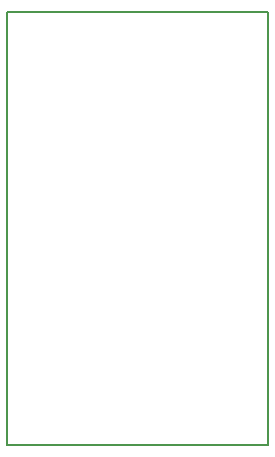
<source format=gbr>
G04 GERBER ASCII OUTPUT FROM: EDWIN 2000 (VER. 1.1 REV. 20011025)*
G04 GERBER FORMAT: RX-274-X*
G04 BOARD: 28_PIN_DIL_ADAPTER*
G04 ARTWORK OF SOLD.PRINT POSITIVE*
%ASAXBY*%
%FSLAX23Y23*%
%MIA0B0*%
%MOIN*%
%OFA0.0000B0.0000*%
%SFA1B1*%
%IJA0B0*%
%INLAYER31POS*%
%IOA0B0*%
%IPPOS*%
%IR0*%
G04 APERTURE MACROS*
%AMEDWDONUT*
1,1,$1,$2,$3*
1,0,$4,$2,$3*
%
%AMEDWFRECT*
2,1,$1,$2,$3,$4,$5,$6*
%
%AMEDWORECT*
2,1,$1,$2,$3,$4,$5,$10*
2,1,$1,$4,$5,$6,$7,$10*
2,1,$1,$6,$7,$8,$9,$10*
2,1,$1,$8,$9,$2,$3,$10*
1,1,$1,$2,$3*
1,1,$1,$4,$5*
1,1,$1,$6,$7*
1,1,$1,$8,$9*
%
%AMEDWLINER*
2,1,$1,$2,$3,$4,$5,$6*
1,1,$1,$2,$3*
1,1,$1,$4,$5*
%
%AMEDWFTRNG*
4,1,3,$1,$2,$3,$4,$5,$6,$7,$8,$9*
%
%AMEDWATRNG*
4,1,3,$1,$2,$3,$4,$5,$6,$7,$8,$9*
2,1,$11,$1,$2,$3,$4,$10*
2,1,$11,$3,$4,$5,$6,$10*
2,1,$11,$5,$6,$7,$8,$10*
1,1,$11,$3,$4*
1,1,$11,$5,$6*
1,1,$11,$7,$8*
%
%AMEDWOTRNG*
2,1,$1,$2,$3,$4,$5,$8*
2,1,$1,$4,$5,$6,$7,$8*
2,1,$1,$6,$7,$2,$3,$8*
1,1,$1,$2,$3*
1,1,$1,$4,$5*
1,1,$1,$6,$7*
%
G04*
G04 APERTURE LIST*
%ADD10R,0.0580X0.0500*%
%ADD11R,0.0820X0.0740*%
%ADD12R,0.0480X0.0400*%
%ADD13R,0.0720X0.0640*%
%ADD14R,0.0570X0.0670*%
%ADD15R,0.0810X0.0910*%
%ADD16R,0.0470X0.0570*%
%ADD17R,0.0710X0.0810*%
%ADD18R,0.0490X0.0670*%
%ADD19R,0.0730X0.0910*%
%ADD20R,0.0390X0.0570*%
%ADD21R,0.0630X0.0810*%
%ADD22R,0.0750X0.0250*%
%ADD23R,0.0990X0.0490*%
%ADD24R,0.0700X0.0200*%
%ADD25R,0.0940X0.0440*%
%ADD26R,0.0900X0.0350*%
%ADD27R,0.1140X0.0590*%
%ADD28R,0.0800X0.0250*%
%ADD29R,0.1040X0.0490*%
%ADD30R,0.0850X0.0250*%
%ADD31R,0.1090X0.0490*%
%ADD32R,0.0750X0.0150*%
%ADD33R,0.0990X0.0390*%
%ADD34C,0.0010*%
%ADD36C,0.0020*%
%ADD37R,0.0020X0.0020*%
%ADD38C,0.0030*%
%ADD39R,0.0030X0.0030*%
%ADD40C,0.0040*%
%ADD41R,0.0040X0.0040*%
%ADD42C,0.0050*%
%ADD43R,0.0050X0.0050*%
%ADD44C,0.00787*%
%ADD45R,0.00787X0.00787*%
%ADD46C,0.0080*%
%ADD48C,0.0090*%
%ADD49R,0.0090X0.0090*%
%ADD50C,0.00984*%
%ADD51R,0.00984X0.00984*%
%ADD52C,0.0120*%
%ADD54C,0.01299*%
%ADD56C,0.0130*%
%ADD58C,0.01969*%
%ADD59R,0.01969X0.01969*%
%ADD60C,0.0250*%
%ADD61R,0.0250X0.0250*%
%ADD62C,0.0290*%
%ADD64C,0.0320*%
%ADD66C,0.0350*%
%ADD67R,0.0350X0.0350*%
%ADD68C,0.0360*%
%ADD70C,0.03699*%
%ADD72C,0.0370*%
%ADD73R,0.0370X0.0370*%
%ADD74C,0.03937*%
%ADD75R,0.03937X0.03937*%
%ADD76C,0.0490*%
%ADD77R,0.0490X0.0490*%
%ADD78C,0.0500*%
%ADD79R,0.0500X0.0500*%
%ADD80C,0.0560*%
%ADD81R,0.0560X0.0560*%
%ADD82C,0.0590*%
%ADD83R,0.0590X0.0590*%
%ADD84C,0.05906*%
%ADD85R,0.05906X0.05906*%
%ADD86C,0.0600*%
%ADD87R,0.0600X0.0600*%
%ADD88C,0.0620*%
%ADD89R,0.0620X0.0620*%
%ADD90C,0.06693*%
%ADD91R,0.06693X0.06693*%
%ADD92C,0.06906*%
%ADD93R,0.06906X0.06906*%
%ADD94C,0.0700*%
%ADD95R,0.0700X0.0700*%
%ADD96C,0.0740*%
%ADD97R,0.0740X0.0740*%
%ADD98C,0.0800*%
%ADD99R,0.0800X0.0800*%
%ADD100C,0.0840*%
%ADD101R,0.0840X0.0840*%
%ADD102C,0.0860*%
%ADD104C,0.0900*%
%ADD105R,0.0900X0.0900*%
%ADD106C,0.0940*%
%ADD107R,0.0940X0.0940*%
%ADD108C,0.1040*%
%ADD109R,0.1040X0.1040*%
%ADD110C,0.1100*%
%ADD113R,0.1140X0.1140*%
%ADD114C,0.2140*%
%ADD115R,0.2140X0.2140*%
%ADD116C,0.3140*%
%ADD117R,0.3140X0.3140*%
%ADD118C,0.4140*%
%ADD119R,0.4140X0.4140*%
%ADD120C,0.5140*%
%ADD121R,0.5140X0.5140*%
%ADD122C,0.6140*%
%ADD123R,0.6140X0.6140*%
%ADD124C,0.7140*%
%ADD125R,0.7140X0.7140*%
%ADD126C,0.8140*%
%ADD127R,0.8140X0.8140*%
%ADD128C,0.9140*%
%ADD129R,0.9140X0.9140*%
%ADD130C,1.0140*%
%ADD131R,1.0140X1.0140*%
%ADD132C,1.1140*%
%ADD133R,1.1140X1.1140*%
%ADD134C,1.2140*%
%ADD135R,1.2140X1.2140*%
%ADD136C,1.3140*%
%ADD137R,1.3140X1.3140*%
%ADD138C,1.4140*%
%ADD139R,1.4140X1.4140*%
%ADD140C,1.5140*%
%ADD141R,1.5140X1.5140*%
%ADD142C,1.6140*%
%ADD143R,1.6140X1.6140*%
%ADD144C,1.7140*%
%ADD145R,1.7140X1.7140*%
%ADD146C,1.8140*%
%ADD147R,1.8140X1.8140*%
%ADD148C,1.9140*%
%ADD149R,1.9140X1.9140*%
G04*
D42* 
X0Y0D02*
X0Y1446D01*
X870Y1446D01*
X870Y0D01*
X0Y0D01*
M02*

</source>
